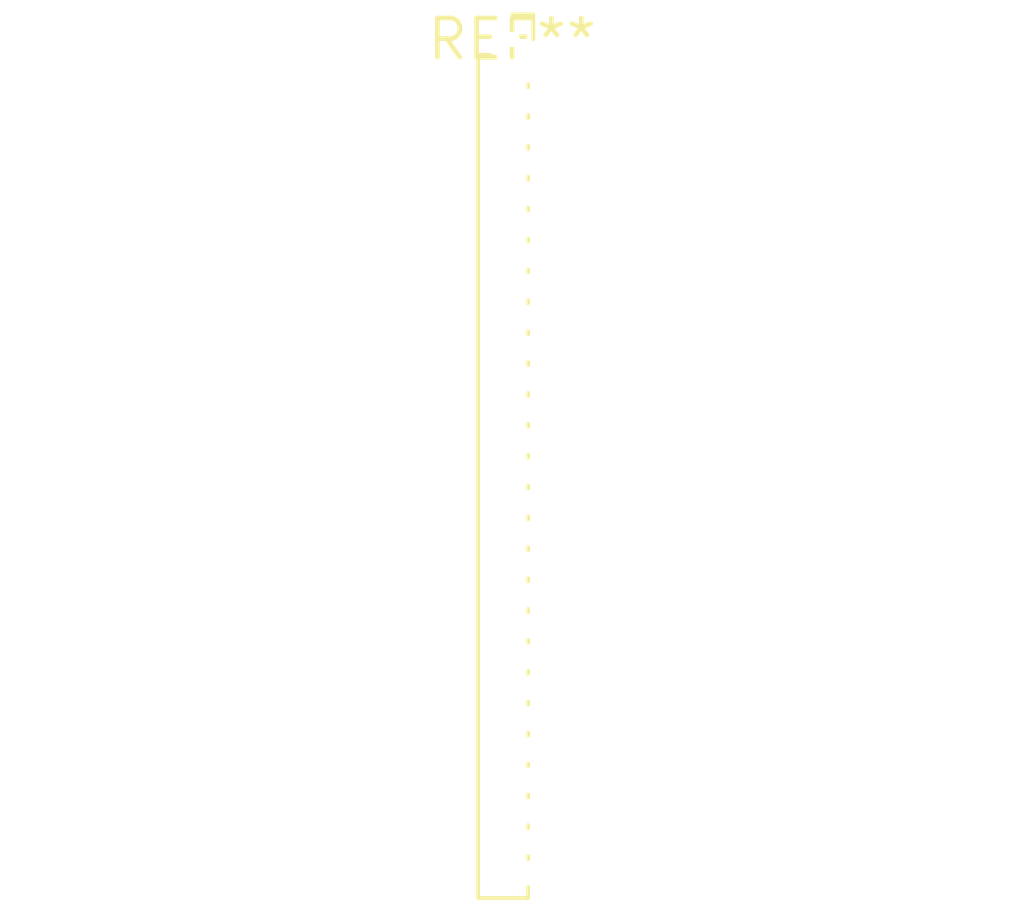
<source format=kicad_pcb>
(kicad_pcb (version 20240108) (generator pcbnew)
  (layers (0 "F.Cu" signal) (31 "B.Cu" signal) (34 "B.Paste" user) (35 "F.Paste" user) (36 "B.SilkS" user "B.Silkscreen") (37 "F.SilkS" user "F.Silkscreen") (38 "B.Mask" user) (39 "F.Mask" user) (44 "Edge.Cuts" user))
  (net 0 "")
  (footprint "PinSocket_1x28_P1.00mm_Vertical" (layer "F.Cu") (at 0 0)
    (property "Reference" "REF**")
    (property "Value" "PinSocket_1x28_P1.00mm_Vertical")
    (fp_line (start -1.1 0.5) (end -1.1 27.81) (layer "F.SilkS") (stroke (width 0.12)))
    (fp_line (start -1.1 0.5) (end -0.685 0.5) (layer "F.SilkS") (stroke (width 0.12)))
    (fp_line (start -1.1 27.81) (end 0.52 27.81) (layer "F.SilkS") (stroke (width 0.12)))
    (fp_line (start 0 -0.81) (end 0.685 -0.81) (layer "F.SilkS") (stroke (width 0.12)))
    (fp_line (start 0.52 1.445898) (end 0.52 1.554102) (layer "F.SilkS") (stroke (width 0.12)))
    (fp_line (start 0.52 2.445898) (end 0.52 2.554102) (layer "F.SilkS") (stroke (width 0.12)))
    (fp_line (start 0.52 3.445898) (end 0.52 3.554102) (layer "F.SilkS") (stroke (width 0.12)))
    (fp_line (start 0.52 4.445898) (end 0.52 4.554102) (layer "F.SilkS") (stroke (width 0.12)))
    (fp_line (start 0.52 5.445898) (end 0.52 5.554102) (layer "F.SilkS") (stroke (width 0.12)))
    (fp_line (start 0.52 6.445898) (end 0.52 6.554102) (layer "F.SilkS") (stroke (width 0.12)))
    (fp_line (start 0.52 7.445898) (end 0.52 7.554102) (layer "F.SilkS") (stroke (width 0.12)))
    (fp_line (start 0.52 8.445898) (end 0.52 8.554102) (layer "F.SilkS") (stroke (width 0.12)))
    (fp_line (start 0.52 9.445898) (end 0.52 9.554102) (layer "F.SilkS") (stroke (width 0.12)))
    (fp_line (start 0.52 10.445898) (end 0.52 10.554102) (layer "F.SilkS") (stroke (width 0.12)))
    (fp_line (start 0.52 11.445898) (end 0.52 11.554102) (layer "F.SilkS") (stroke (width 0.12)))
    (fp_line (start 0.52 12.445898) (end 0.52 12.554102) (layer "F.SilkS") (stroke (width 0.12)))
    (fp_line (start 0.52 13.445898) (end 0.52 13.554102) (layer "F.SilkS") (stroke (width 0.12)))
    (fp_line (start 0.52 14.445898) (end 0.52 14.554102) (layer "F.SilkS") (stroke (width 0.12)))
    (fp_line (start 0.52 15.445898) (end 0.52 15.554102) (layer "F.SilkS") (stroke (width 0.12)))
    (fp_line (start 0.52 16.445898) (end 0.52 16.554102) (layer "F.SilkS") (stroke (width 0.12)))
    (fp_line (start 0.52 17.445898) (end 0.52 17.554102) (layer "F.SilkS") (stroke (width 0.12)))
    (fp_line (start 0.52 18.445898) (end 0.52 18.554102) (layer "F.SilkS") (stroke (width 0.12)))
    (fp_line (start 0.52 19.445898) (end 0.52 19.554102) (layer "F.SilkS") (stroke (width 0.12)))
    (fp_line (start 0.52 20.445898) (end 0.52 20.554102) (layer "F.SilkS") (stroke (width 0.12)))
    (fp_line (start 0.52 21.445898) (end 0.52 21.554102) (layer "F.SilkS") (stroke (width 0.12)))
    (fp_line (start 0.52 22.445898) (end 0.52 22.554102) (layer "F.SilkS") (stroke (width 0.12)))
    (fp_line (start 0.52 23.445898) (end 0.52 23.554102) (layer "F.SilkS") (stroke (width 0.12)))
    (fp_line (start 0.52 24.445898) (end 0.52 24.554102) (layer "F.SilkS") (stroke (width 0.12)))
    (fp_line (start 0.52 25.445898) (end 0.52 25.554102) (layer "F.SilkS") (stroke (width 0.12)))
    (fp_line (start 0.52 26.445898) (end 0.52 26.554102) (layer "F.SilkS") (stroke (width 0.12)))
    (fp_line (start 0.52 27.445898) (end 0.52 27.81) (layer "F.SilkS") (stroke (width 0.12)))
    (fp_line (start 0.685 -0.81) (end 0.685 0) (layer "F.SilkS") (stroke (width 0.12)))
    (pad "1" thru_hole rect (at 0 0) (size 0.85 0.85) (drill 0.5) (layers *.Cu *.Mask) (remove_unused_layers))
    (pad "2" thru_hole oval (at 0 1) (size 0.85 0.85) (drill 0.5) (layers *.Cu *.Mask) (remove_unused_layers))
    (pad "3" thru_hole oval (at 0 2) (size 0.85 0.85) (drill 0.5) (layers *.Cu *.Mask) (remove_unused_layers))
    (pad "4" thru_hole oval (at 0 3) (size 0.85 0.85) (drill 0.5) (layers *.Cu *.Mask) (remove_unused_layers))
    (pad "5" thru_hole oval (at 0 4) (size 0.85 0.85) (drill 0.5) (layers *.Cu *.Mask) (remove_unused_layers))
    (pad "6" thru_hole oval (at 0 5) (size 0.85 0.85) (drill 0.5) (layers *.Cu *.Mask) (remove_unused_layers))
    (pad "7" thru_hole oval (at 0 6) (size 0.85 0.85) (drill 0.5) (layers *.Cu *.Mask) (remove_unused_layers))
    (pad "8" thru_hole oval (at 0 7) (size 0.85 0.85) (drill 0.5) (layers *.Cu *.Mask) (remove_unused_layers))
    (pad "9" thru_hole oval (at 0 8) (size 0.85 0.85) (drill 0.5) (layers *.Cu *.Mask) (remove_unused_layers))
    (pad "10" thru_hole oval (at 0 9) (size 0.85 0.85) (drill 0.5) (layers *.Cu *.Mask) (remove_unused_layers))
    (pad "11" thru_hole oval (at 0 10) (size 0.85 0.85) (drill 0.5) (layers *.Cu *.Mask) (remove_unused_layers))
    (pad "12" thru_hole oval (at 0 11) (size 0.85 0.85) (drill 0.5) (layers *.Cu *.Mask) (remove_unused_layers))
    (pad "13" thru_hole oval (at 0 12) (size 0.85 0.85) (drill 0.5) (layers *.Cu *.Mask) (remove_unused_layers))
    (pad "14" thru_hole oval (at 0 13) (size 0.85 0.85) (drill 0.5) (layers *.Cu *.Mask) (remove_unused_layers))
    (pad "15" thru_hole oval (at 0 14) (size 0.85 0.85) (drill 0.5) (layers *.Cu *.Mask) (remove_unused_layers))
    (pad "16" thru_hole oval (at 0 15) (size 0.85 0.85) (drill 0.5) (layers *.Cu *.Mask) (remove_unused_layers))
    (pad "17" thru_hole oval (at 0 16) (size 0.85 0.85) (drill 0.5) (layers *.Cu *.Mask) (remove_unused_layers))
    (pad "18" thru_hole oval (at 0 17) (size 0.85 0.85) (drill 0.5) (layers *.Cu *.Mask) (remove_unused_layers))
    (pad "19" thru_hole oval (at 0 18) (size 0.85 0.85) (drill 0.5) (layers *.Cu *.Mask) (remove_unused_layers))
    (pad "20" thru_hole oval (at 0 19) (size 0.85 0.85) (drill 0.5) (layers *.Cu *.Mask) (remove_unused_layers))
    (pad "21" thru_hole oval (at 0 20) (size 0.85 0.85) (drill 0.5) (layers *.Cu *.Mask) (remove_unused_layers))
    (pad "22" thru_hole oval (at 0 21) (size 0.85 0.85) (drill 0.5) (layers *.Cu *.Mask) (remove_unused_layers))
    (pad "23" thru_hole oval (at 0 22) (size 0.85 0.85) (drill 0.5) (layers *.Cu *.Mask) (remove_unused_layers))
    (pad "24" thru_hole oval (at 0 23) (size 0.85 0.85) (drill 0.5) (layers *.Cu *.Mask) (remove_unused_layers))
    (pad "25" thru_hole oval (at 0 24) (size 0.85 0.85) (drill 0.5) (layers *.Cu *.Mask) (remove_unused_layers))
    (pad "26" thru_hole oval (at 0 25) (size 0.85 0.85) (drill 0.5) (layers *.Cu *.Mask) (remove_unused_layers))
    (pad "27" thru_hole oval (at 0 26) (size 0.85 0.85) (drill 0.5) (layers *.Cu *.Mask) (remove_unused_layers))
    (pad "28" thru_hole oval (at 0 27) (size 0.85 0.85) (drill 0.5) (layers *.Cu *.Mask) (remove_unused_layers))
  )
)
</source>
